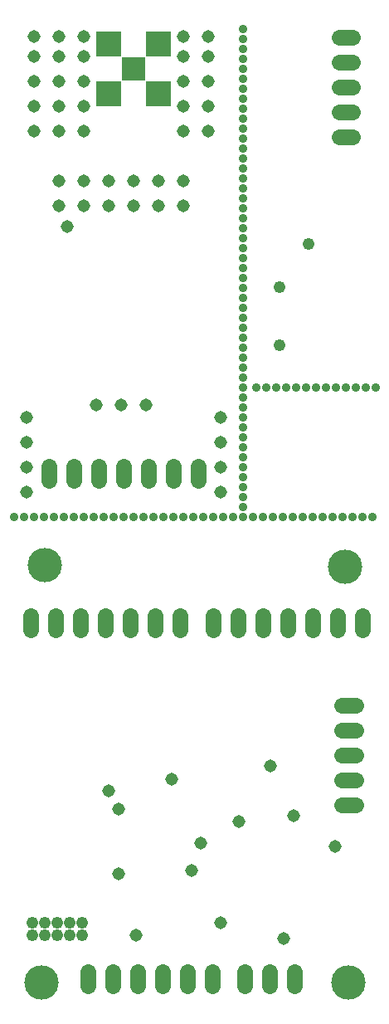
<source format=gbs>
G75*
%MOIN*%
%OFA0B0*%
%FSLAX25Y25*%
%IPPOS*%
%LPD*%
%AMOC8*
5,1,8,0,0,1.08239X$1,22.5*
%
%ADD10C,0.03556*%
%ADD11C,0.06400*%
%ADD12C,0.04800*%
%ADD13R,0.10249X0.10249*%
%ADD14R,0.09658X0.09658*%
%ADD15C,0.13800*%
%ADD16C,0.05156*%
D10*
X0022000Y0225000D03*
X0026000Y0225000D03*
X0030000Y0225000D03*
X0034000Y0225000D03*
X0038000Y0225000D03*
X0042000Y0225000D03*
X0046000Y0225000D03*
X0050000Y0225000D03*
X0054000Y0225000D03*
X0058000Y0225000D03*
X0062000Y0225000D03*
X0066000Y0225000D03*
X0070000Y0225000D03*
X0074000Y0225000D03*
X0078000Y0225000D03*
X0082000Y0225000D03*
X0086000Y0225000D03*
X0090000Y0225000D03*
X0094000Y0225000D03*
X0098000Y0225000D03*
X0102000Y0225000D03*
X0106000Y0225000D03*
X0110000Y0225000D03*
X0114000Y0225000D03*
X0114000Y0229000D03*
X0114000Y0233000D03*
X0114000Y0237000D03*
X0114000Y0241000D03*
X0114000Y0245000D03*
X0114000Y0249000D03*
X0114000Y0253000D03*
X0114000Y0257000D03*
X0114000Y0261000D03*
X0114000Y0265000D03*
X0114000Y0269000D03*
X0114000Y0273000D03*
X0114000Y0277000D03*
X0114000Y0281000D03*
X0114000Y0285000D03*
X0114000Y0289000D03*
X0114000Y0293000D03*
X0114000Y0297000D03*
X0114000Y0301000D03*
X0114000Y0305000D03*
X0114000Y0309000D03*
X0114000Y0313000D03*
X0114000Y0317000D03*
X0114000Y0321000D03*
X0114000Y0325000D03*
X0114000Y0329000D03*
X0114000Y0333000D03*
X0114000Y0337000D03*
X0114000Y0341000D03*
X0114000Y0345000D03*
X0114000Y0349000D03*
X0114000Y0353000D03*
X0114000Y0357000D03*
X0114000Y0361000D03*
X0114000Y0365000D03*
X0114000Y0369000D03*
X0114000Y0373000D03*
X0114000Y0377000D03*
X0114000Y0381000D03*
X0114000Y0385000D03*
X0114000Y0389000D03*
X0114000Y0393000D03*
X0114000Y0397000D03*
X0114000Y0401000D03*
X0114000Y0405000D03*
X0114000Y0409000D03*
X0114000Y0413000D03*
X0114000Y0417000D03*
X0114000Y0421000D03*
X0119500Y0277000D03*
X0123500Y0277000D03*
X0127500Y0277000D03*
X0131500Y0277000D03*
X0135500Y0277000D03*
X0139500Y0277000D03*
X0143500Y0277000D03*
X0147500Y0277000D03*
X0151500Y0277000D03*
X0155500Y0277000D03*
X0159500Y0277000D03*
X0163500Y0277000D03*
X0167500Y0277000D03*
X0166000Y0225000D03*
X0162000Y0225000D03*
X0158000Y0225000D03*
X0154000Y0225000D03*
X0150000Y0225000D03*
X0146000Y0225000D03*
X0142000Y0225000D03*
X0138000Y0225000D03*
X0134000Y0225000D03*
X0130000Y0225000D03*
X0126000Y0225000D03*
X0122000Y0225000D03*
X0118000Y0225000D03*
D11*
X0122000Y0185300D02*
X0122000Y0179700D01*
X0112000Y0179700D02*
X0112000Y0185300D01*
X0102000Y0185300D02*
X0102000Y0179700D01*
X0088750Y0179700D02*
X0088750Y0185300D01*
X0078750Y0185300D02*
X0078750Y0179700D01*
X0068750Y0179700D02*
X0068750Y0185300D01*
X0058750Y0185300D02*
X0058750Y0179700D01*
X0048750Y0179700D02*
X0048750Y0185300D01*
X0038750Y0185300D02*
X0038750Y0179700D01*
X0028750Y0179700D02*
X0028750Y0185300D01*
X0036000Y0239700D02*
X0036000Y0245300D01*
X0046000Y0245300D02*
X0046000Y0239700D01*
X0056000Y0239700D02*
X0056000Y0245300D01*
X0066000Y0245300D02*
X0066000Y0239700D01*
X0076000Y0239700D02*
X0076000Y0245300D01*
X0086000Y0245300D02*
X0086000Y0239700D01*
X0096000Y0239700D02*
X0096000Y0245300D01*
X0132000Y0185300D02*
X0132000Y0179700D01*
X0142000Y0179700D02*
X0142000Y0185300D01*
X0152000Y0185300D02*
X0152000Y0179700D01*
X0162000Y0179700D02*
X0162000Y0185300D01*
X0159550Y0149250D02*
X0153950Y0149250D01*
X0153950Y0139250D02*
X0159550Y0139250D01*
X0159550Y0129250D02*
X0153950Y0129250D01*
X0153950Y0119250D02*
X0159550Y0119250D01*
X0159550Y0109250D02*
X0153950Y0109250D01*
X0134750Y0042300D02*
X0134750Y0036700D01*
X0124750Y0036700D02*
X0124750Y0042300D01*
X0114750Y0042300D02*
X0114750Y0036700D01*
X0101750Y0036700D02*
X0101750Y0042300D01*
X0091750Y0042300D02*
X0091750Y0036700D01*
X0081750Y0036700D02*
X0081750Y0042300D01*
X0071750Y0042300D02*
X0071750Y0036700D01*
X0061750Y0036700D02*
X0061750Y0042300D01*
X0051750Y0042300D02*
X0051750Y0036700D01*
X0152700Y0377500D02*
X0158300Y0377500D01*
X0158300Y0387500D02*
X0152700Y0387500D01*
X0152700Y0397500D02*
X0158300Y0397500D01*
X0158300Y0407500D02*
X0152700Y0407500D01*
X0152700Y0417500D02*
X0158300Y0417500D01*
D12*
X0029500Y0057000D03*
X0029500Y0062000D03*
X0034500Y0062000D03*
X0034500Y0057000D03*
X0039500Y0057000D03*
X0039500Y0062000D03*
X0044500Y0062000D03*
X0044500Y0057000D03*
X0049500Y0057000D03*
X0049500Y0062000D03*
X0128800Y0294000D03*
X0128800Y0317400D03*
X0140500Y0334500D03*
D13*
X0080000Y0395000D03*
X0080000Y0415000D03*
X0060000Y0415000D03*
X0060000Y0395000D03*
D14*
X0070000Y0405000D03*
D15*
X0034500Y0205500D03*
X0033000Y0038000D03*
X0155000Y0205000D03*
X0156500Y0038000D03*
D16*
X0151000Y0092500D03*
X0134500Y0105000D03*
X0125000Y0125000D03*
X0112500Y0102500D03*
X0097000Y0094000D03*
X0093500Y0083000D03*
X0105000Y0062000D03*
X0085500Y0119500D03*
X0064000Y0107500D03*
X0060000Y0115000D03*
X0064000Y0081500D03*
X0071000Y0057000D03*
X0130500Y0055500D03*
X0105000Y0235000D03*
X0105000Y0245000D03*
X0105000Y0255000D03*
X0105000Y0265000D03*
X0075000Y0270000D03*
X0065000Y0270000D03*
X0055000Y0270000D03*
X0027000Y0265000D03*
X0027000Y0255000D03*
X0027000Y0245000D03*
X0027000Y0235000D03*
X0043500Y0341500D03*
X0040000Y0350000D03*
X0040000Y0360000D03*
X0040000Y0380000D03*
X0040000Y0390000D03*
X0040000Y0400000D03*
X0040000Y0410000D03*
X0040000Y0418000D03*
X0030000Y0418000D03*
X0030000Y0410000D03*
X0030000Y0400000D03*
X0030000Y0390000D03*
X0030000Y0380000D03*
X0050000Y0380000D03*
X0050000Y0390000D03*
X0050000Y0400000D03*
X0050000Y0410000D03*
X0050000Y0418000D03*
X0050000Y0360000D03*
X0050000Y0350000D03*
X0060000Y0350000D03*
X0060000Y0360000D03*
X0070000Y0360000D03*
X0070000Y0350000D03*
X0080000Y0350000D03*
X0080000Y0360000D03*
X0090000Y0360000D03*
X0090000Y0350000D03*
X0090000Y0380000D03*
X0090000Y0390000D03*
X0090000Y0400000D03*
X0090000Y0410000D03*
X0090000Y0418000D03*
X0100000Y0418000D03*
X0100000Y0410000D03*
X0100000Y0400000D03*
X0100000Y0390000D03*
X0100000Y0380000D03*
M02*

</source>
